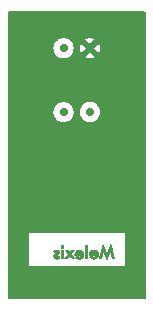
<source format=gbr>
G04 #@! TF.GenerationSoftware,KiCad,Pcbnew,(6.0.7)*
G04 #@! TF.CreationDate,2023-01-17T09:05:59-08:00*
G04 #@! TF.ProjectId,mlx90640-breakout,6d6c7839-3036-4343-902d-627265616b6f,rev?*
G04 #@! TF.SameCoordinates,Original*
G04 #@! TF.FileFunction,Copper,L2,Bot*
G04 #@! TF.FilePolarity,Positive*
%FSLAX46Y46*%
G04 Gerber Fmt 4.6, Leading zero omitted, Abs format (unit mm)*
G04 Created by KiCad (PCBNEW (6.0.7)) date 2023-01-17 09:05:59*
%MOMM*%
%LPD*%
G01*
G04 APERTURE LIST*
G04 Aperture macros list*
%AMFreePoly0*
4,1,21,0.108156,0.332870,0.205725,0.283156,0.283156,0.205725,0.332870,0.108156,0.350000,0.000000,0.332870,-0.108156,0.283156,-0.205725,0.205725,-0.283156,0.108156,-0.332870,0.000000,-0.350000,-0.108156,-0.332870,-0.205725,-0.283156,-0.283156,-0.205725,-0.332870,-0.108156,-0.350000,0.000000,-0.332870,0.108156,-0.283156,0.205725,-0.205725,0.283156,-0.108156,0.332870,0.000000,0.350000,
0.108156,0.332870,0.108156,0.332870,$1*%
G04 Aperture macros list end*
G04 #@! TA.AperFunction,EtchedComponent*
%ADD10C,0.010000*%
G04 #@! TD*
G04 #@! TA.AperFunction,ComponentPad*
%ADD11FreePoly0,0.000000*%
G04 #@! TD*
G04 #@! TA.AperFunction,ComponentPad*
%ADD12C,0.700000*%
G04 #@! TD*
G04 APERTURE END LIST*
G36*
X111833849Y-79513230D02*
G01*
X111656049Y-79513230D01*
X111656049Y-78421030D01*
X111833849Y-78421030D01*
X111833849Y-79513230D01*
G37*
D10*
X111833849Y-79513230D02*
X111656049Y-79513230D01*
X111656049Y-78421030D01*
X111833849Y-78421030D01*
X111833849Y-79513230D01*
G36*
X109791689Y-78598830D02*
G01*
X109608809Y-78598830D01*
X109608809Y-78421030D01*
X109791689Y-78421030D01*
X109791689Y-78598830D01*
G37*
X109791689Y-78598830D02*
X109608809Y-78598830D01*
X109608809Y-78421030D01*
X109791689Y-78421030D01*
X109791689Y-78598830D01*
G36*
X110666574Y-78805840D02*
G01*
X110617496Y-78868408D01*
X110574603Y-78923332D01*
X110537695Y-78970874D01*
X110506576Y-79011294D01*
X110481048Y-79044854D01*
X110460913Y-79071816D01*
X110445973Y-79092442D01*
X110436031Y-79106992D01*
X110430890Y-79115728D01*
X110430111Y-79118728D01*
X110433816Y-79123844D01*
X110443083Y-79136199D01*
X110457289Y-79154974D01*
X110475810Y-79179350D01*
X110498022Y-79208506D01*
X110523301Y-79241622D01*
X110551024Y-79277879D01*
X110578711Y-79314036D01*
X110608099Y-79352442D01*
X110635565Y-79388443D01*
X110660495Y-79421226D01*
X110682272Y-79449977D01*
X110700284Y-79473882D01*
X110713914Y-79492128D01*
X110722548Y-79503902D01*
X110725562Y-79508346D01*
X110721250Y-79510041D01*
X110707538Y-79511412D01*
X110685183Y-79512424D01*
X110654941Y-79513041D01*
X110621038Y-79513230D01*
X110514820Y-79513230D01*
X110421224Y-79392865D01*
X110397468Y-79362308D01*
X110375581Y-79334141D01*
X110356383Y-79309423D01*
X110340696Y-79289210D01*
X110329339Y-79274558D01*
X110323133Y-79266526D01*
X110322363Y-79265518D01*
X110319484Y-79265242D01*
X110313873Y-79269305D01*
X110305001Y-79278321D01*
X110292341Y-79292906D01*
X110275364Y-79313673D01*
X110253540Y-79341238D01*
X110226342Y-79376216D01*
X110218879Y-79385882D01*
X110120661Y-79513230D01*
X110014595Y-79513230D01*
X109983015Y-79513056D01*
X109955187Y-79512571D01*
X109932599Y-79511828D01*
X109916736Y-79510881D01*
X109909086Y-79509782D01*
X109908614Y-79509420D01*
X109911635Y-79504751D01*
X109920265Y-79492832D01*
X109933903Y-79474458D01*
X109951953Y-79450422D01*
X109973814Y-79421518D01*
X109998889Y-79388540D01*
X110026579Y-79352281D01*
X110056284Y-79313537D01*
X110058400Y-79310783D01*
X110093117Y-79265528D01*
X110122056Y-79227613D01*
X110145690Y-79196366D01*
X110164490Y-79171117D01*
X110178930Y-79151195D01*
X110189482Y-79135930D01*
X110196618Y-79124651D01*
X110200812Y-79116687D01*
X110202536Y-79111369D01*
X110202261Y-79108024D01*
X110201825Y-79107256D01*
X110197385Y-79101377D01*
X110187456Y-79088398D01*
X110172761Y-79069260D01*
X110154022Y-79044901D01*
X110131963Y-79016262D01*
X110107307Y-78984283D01*
X110080776Y-78949902D01*
X110077439Y-78945578D01*
X110051014Y-78911279D01*
X110026649Y-78879512D01*
X110005021Y-78851169D01*
X109986806Y-78827143D01*
X109972681Y-78808328D01*
X109963322Y-78795615D01*
X109959405Y-78789899D01*
X109959329Y-78789695D01*
X109964162Y-78788846D01*
X109977681Y-78788114D01*
X109998408Y-78787535D01*
X110024869Y-78787147D01*
X110055589Y-78786987D01*
X110067279Y-78786992D01*
X110175229Y-78787194D01*
X110243809Y-78878129D01*
X110263693Y-78904364D01*
X110281539Y-78927658D01*
X110296446Y-78946857D01*
X110307511Y-78960802D01*
X110313833Y-78968339D01*
X110314929Y-78969343D01*
X110318640Y-78965594D01*
X110327652Y-78954930D01*
X110341056Y-78938477D01*
X110357938Y-78917360D01*
X110377389Y-78892703D01*
X110388589Y-78878379D01*
X110459709Y-78787136D01*
X110570625Y-78786963D01*
X110681542Y-78786790D01*
X110666574Y-78805840D01*
G37*
X110666574Y-78805840D02*
X110617496Y-78868408D01*
X110574603Y-78923332D01*
X110537695Y-78970874D01*
X110506576Y-79011294D01*
X110481048Y-79044854D01*
X110460913Y-79071816D01*
X110445973Y-79092442D01*
X110436031Y-79106992D01*
X110430890Y-79115728D01*
X110430111Y-79118728D01*
X110433816Y-79123844D01*
X110443083Y-79136199D01*
X110457289Y-79154974D01*
X110475810Y-79179350D01*
X110498022Y-79208506D01*
X110523301Y-79241622D01*
X110551024Y-79277879D01*
X110578711Y-79314036D01*
X110608099Y-79352442D01*
X110635565Y-79388443D01*
X110660495Y-79421226D01*
X110682272Y-79449977D01*
X110700284Y-79473882D01*
X110713914Y-79492128D01*
X110722548Y-79503902D01*
X110725562Y-79508346D01*
X110721250Y-79510041D01*
X110707538Y-79511412D01*
X110685183Y-79512424D01*
X110654941Y-79513041D01*
X110621038Y-79513230D01*
X110514820Y-79513230D01*
X110421224Y-79392865D01*
X110397468Y-79362308D01*
X110375581Y-79334141D01*
X110356383Y-79309423D01*
X110340696Y-79289210D01*
X110329339Y-79274558D01*
X110323133Y-79266526D01*
X110322363Y-79265518D01*
X110319484Y-79265242D01*
X110313873Y-79269305D01*
X110305001Y-79278321D01*
X110292341Y-79292906D01*
X110275364Y-79313673D01*
X110253540Y-79341238D01*
X110226342Y-79376216D01*
X110218879Y-79385882D01*
X110120661Y-79513230D01*
X110014595Y-79513230D01*
X109983015Y-79513056D01*
X109955187Y-79512571D01*
X109932599Y-79511828D01*
X109916736Y-79510881D01*
X109909086Y-79509782D01*
X109908614Y-79509420D01*
X109911635Y-79504751D01*
X109920265Y-79492832D01*
X109933903Y-79474458D01*
X109951953Y-79450422D01*
X109973814Y-79421518D01*
X109998889Y-79388540D01*
X110026579Y-79352281D01*
X110056284Y-79313537D01*
X110058400Y-79310783D01*
X110093117Y-79265528D01*
X110122056Y-79227613D01*
X110145690Y-79196366D01*
X110164490Y-79171117D01*
X110178930Y-79151195D01*
X110189482Y-79135930D01*
X110196618Y-79124651D01*
X110200812Y-79116687D01*
X110202536Y-79111369D01*
X110202261Y-79108024D01*
X110201825Y-79107256D01*
X110197385Y-79101377D01*
X110187456Y-79088398D01*
X110172761Y-79069260D01*
X110154022Y-79044901D01*
X110131963Y-79016262D01*
X110107307Y-78984283D01*
X110080776Y-78949902D01*
X110077439Y-78945578D01*
X110051014Y-78911279D01*
X110026649Y-78879512D01*
X110005021Y-78851169D01*
X109986806Y-78827143D01*
X109972681Y-78808328D01*
X109963322Y-78795615D01*
X109959405Y-78789899D01*
X109959329Y-78789695D01*
X109964162Y-78788846D01*
X109977681Y-78788114D01*
X109998408Y-78787535D01*
X110024869Y-78787147D01*
X110055589Y-78786987D01*
X110067279Y-78786992D01*
X110175229Y-78787194D01*
X110243809Y-78878129D01*
X110263693Y-78904364D01*
X110281539Y-78927658D01*
X110296446Y-78946857D01*
X110307511Y-78960802D01*
X110313833Y-78968339D01*
X110314929Y-78969343D01*
X110318640Y-78965594D01*
X110327652Y-78954930D01*
X110341056Y-78938477D01*
X110357938Y-78917360D01*
X110377389Y-78892703D01*
X110388589Y-78878379D01*
X110459709Y-78787136D01*
X110570625Y-78786963D01*
X110681542Y-78786790D01*
X110666574Y-78805840D01*
G36*
X113802399Y-78335577D02*
G01*
X113802741Y-78335908D01*
X113804326Y-78341047D01*
X113808325Y-78355408D01*
X113814575Y-78378387D01*
X113822917Y-78409376D01*
X113833189Y-78447770D01*
X113845229Y-78492963D01*
X113858878Y-78544350D01*
X113873974Y-78601325D01*
X113890355Y-78663281D01*
X113907862Y-78729612D01*
X113926333Y-78799714D01*
X113945607Y-78872980D01*
X113959156Y-78924550D01*
X114113070Y-79510690D01*
X114026667Y-79512083D01*
X113998010Y-79512322D01*
X113972958Y-79512106D01*
X113953248Y-79511485D01*
X113940617Y-79510509D01*
X113936806Y-79509543D01*
X113934960Y-79504069D01*
X113930793Y-79489589D01*
X113924528Y-79466936D01*
X113916386Y-79436941D01*
X113906592Y-79400435D01*
X113895367Y-79358250D01*
X113882934Y-79311216D01*
X113869516Y-79260166D01*
X113855336Y-79205931D01*
X113850362Y-79186840D01*
X113836001Y-79131840D01*
X113822342Y-79079846D01*
X113809605Y-79031675D01*
X113798010Y-78988144D01*
X113787777Y-78950073D01*
X113779128Y-78918277D01*
X113772281Y-78893576D01*
X113767457Y-78876787D01*
X113764876Y-78868728D01*
X113764542Y-78868121D01*
X113762171Y-78872696D01*
X113756195Y-78885921D01*
X113746925Y-78907070D01*
X113734670Y-78935418D01*
X113719740Y-78970239D01*
X113702446Y-79010808D01*
X113683098Y-79056398D01*
X113662005Y-79106285D01*
X113639478Y-79159742D01*
X113615827Y-79216044D01*
X113614586Y-79219004D01*
X113590858Y-79275501D01*
X113568218Y-79329241D01*
X113546978Y-79379493D01*
X113527452Y-79425525D01*
X113509952Y-79466604D01*
X113494790Y-79502000D01*
X113482279Y-79530979D01*
X113472731Y-79552812D01*
X113466460Y-79566765D01*
X113463778Y-79572107D01*
X113463747Y-79572133D01*
X113459757Y-79569330D01*
X113453819Y-79559616D01*
X113450554Y-79552720D01*
X113447030Y-79544479D01*
X113439907Y-79527686D01*
X113429529Y-79503153D01*
X113416239Y-79471690D01*
X113400379Y-79434111D01*
X113382291Y-79391226D01*
X113362319Y-79343850D01*
X113340805Y-79292792D01*
X113318092Y-79238865D01*
X113301674Y-79199872D01*
X113270953Y-79127127D01*
X113243990Y-79063763D01*
X113220763Y-79009729D01*
X113201249Y-78964978D01*
X113185426Y-78929457D01*
X113173273Y-78903119D01*
X113164767Y-78885912D01*
X113159886Y-78877788D01*
X113158669Y-78877292D01*
X113156783Y-78883634D01*
X113152599Y-78898936D01*
X113146348Y-78922317D01*
X113138262Y-78952897D01*
X113128571Y-78989796D01*
X113117507Y-79032132D01*
X113105300Y-79079027D01*
X113092183Y-79129599D01*
X113078387Y-79182968D01*
X113078371Y-79183030D01*
X113064508Y-79236685D01*
X113051281Y-79287769D01*
X113038926Y-79335370D01*
X113027683Y-79378576D01*
X113017790Y-79416476D01*
X113009483Y-79448160D01*
X113003001Y-79472715D01*
X112998581Y-79489230D01*
X112996486Y-79496720D01*
X112991301Y-79513230D01*
X112814095Y-79513230D01*
X112816976Y-79501800D01*
X112825734Y-79467335D01*
X112836259Y-79426394D01*
X112848362Y-79379695D01*
X112861848Y-79327954D01*
X112876528Y-79271891D01*
X112892210Y-79212223D01*
X112908701Y-79149667D01*
X112925811Y-79084942D01*
X112943347Y-79018765D01*
X112961118Y-78951854D01*
X112978932Y-78884928D01*
X112996598Y-78818703D01*
X113013924Y-78753898D01*
X113030718Y-78691231D01*
X113046789Y-78631419D01*
X113061946Y-78575180D01*
X113075995Y-78523232D01*
X113088747Y-78476293D01*
X113100008Y-78435080D01*
X113109588Y-78400312D01*
X113117295Y-78372707D01*
X113122938Y-78352982D01*
X113126324Y-78341854D01*
X113127253Y-78339567D01*
X113129855Y-78344509D01*
X113136060Y-78358143D01*
X113145575Y-78379780D01*
X113158104Y-78408731D01*
X113173355Y-78444305D01*
X113191032Y-78485812D01*
X113210842Y-78532562D01*
X113232491Y-78583867D01*
X113255684Y-78639035D01*
X113280128Y-78697377D01*
X113296692Y-78737020D01*
X113321740Y-78796903D01*
X113345704Y-78853941D01*
X113368292Y-78907456D01*
X113389215Y-78956774D01*
X113408182Y-79001217D01*
X113424904Y-79040110D01*
X113439089Y-79072778D01*
X113450448Y-79098543D01*
X113458690Y-79116730D01*
X113463526Y-79126663D01*
X113464717Y-79128362D01*
X113467125Y-79123192D01*
X113473147Y-79109366D01*
X113482479Y-79087600D01*
X113494817Y-79058612D01*
X113509859Y-79023120D01*
X113527299Y-78981841D01*
X113546836Y-78935494D01*
X113568165Y-78884795D01*
X113590984Y-78830462D01*
X113614987Y-78773213D01*
X113622067Y-78756310D01*
X113652463Y-78683726D01*
X113679177Y-78619949D01*
X113702450Y-78564414D01*
X113722527Y-78516556D01*
X113739649Y-78475811D01*
X113754059Y-78441615D01*
X113766001Y-78413401D01*
X113775715Y-78390607D01*
X113783446Y-78372667D01*
X113789436Y-78359016D01*
X113793927Y-78349091D01*
X113797163Y-78342326D01*
X113799385Y-78338157D01*
X113800837Y-78336019D01*
X113801760Y-78335347D01*
X113802399Y-78335577D01*
G37*
X113802399Y-78335577D02*
X113802741Y-78335908D01*
X113804326Y-78341047D01*
X113808325Y-78355408D01*
X113814575Y-78378387D01*
X113822917Y-78409376D01*
X113833189Y-78447770D01*
X113845229Y-78492963D01*
X113858878Y-78544350D01*
X113873974Y-78601325D01*
X113890355Y-78663281D01*
X113907862Y-78729612D01*
X113926333Y-78799714D01*
X113945607Y-78872980D01*
X113959156Y-78924550D01*
X114113070Y-79510690D01*
X114026667Y-79512083D01*
X113998010Y-79512322D01*
X113972958Y-79512106D01*
X113953248Y-79511485D01*
X113940617Y-79510509D01*
X113936806Y-79509543D01*
X113934960Y-79504069D01*
X113930793Y-79489589D01*
X113924528Y-79466936D01*
X113916386Y-79436941D01*
X113906592Y-79400435D01*
X113895367Y-79358250D01*
X113882934Y-79311216D01*
X113869516Y-79260166D01*
X113855336Y-79205931D01*
X113850362Y-79186840D01*
X113836001Y-79131840D01*
X113822342Y-79079846D01*
X113809605Y-79031675D01*
X113798010Y-78988144D01*
X113787777Y-78950073D01*
X113779128Y-78918277D01*
X113772281Y-78893576D01*
X113767457Y-78876787D01*
X113764876Y-78868728D01*
X113764542Y-78868121D01*
X113762171Y-78872696D01*
X113756195Y-78885921D01*
X113746925Y-78907070D01*
X113734670Y-78935418D01*
X113719740Y-78970239D01*
X113702446Y-79010808D01*
X113683098Y-79056398D01*
X113662005Y-79106285D01*
X113639478Y-79159742D01*
X113615827Y-79216044D01*
X113614586Y-79219004D01*
X113590858Y-79275501D01*
X113568218Y-79329241D01*
X113546978Y-79379493D01*
X113527452Y-79425525D01*
X113509952Y-79466604D01*
X113494790Y-79502000D01*
X113482279Y-79530979D01*
X113472731Y-79552812D01*
X113466460Y-79566765D01*
X113463778Y-79572107D01*
X113463747Y-79572133D01*
X113459757Y-79569330D01*
X113453819Y-79559616D01*
X113450554Y-79552720D01*
X113447030Y-79544479D01*
X113439907Y-79527686D01*
X113429529Y-79503153D01*
X113416239Y-79471690D01*
X113400379Y-79434111D01*
X113382291Y-79391226D01*
X113362319Y-79343850D01*
X113340805Y-79292792D01*
X113318092Y-79238865D01*
X113301674Y-79199872D01*
X113270953Y-79127127D01*
X113243990Y-79063763D01*
X113220763Y-79009729D01*
X113201249Y-78964978D01*
X113185426Y-78929457D01*
X113173273Y-78903119D01*
X113164767Y-78885912D01*
X113159886Y-78877788D01*
X113158669Y-78877292D01*
X113156783Y-78883634D01*
X113152599Y-78898936D01*
X113146348Y-78922317D01*
X113138262Y-78952897D01*
X113128571Y-78989796D01*
X113117507Y-79032132D01*
X113105300Y-79079027D01*
X113092183Y-79129599D01*
X113078387Y-79182968D01*
X113078371Y-79183030D01*
X113064508Y-79236685D01*
X113051281Y-79287769D01*
X113038926Y-79335370D01*
X113027683Y-79378576D01*
X113017790Y-79416476D01*
X113009483Y-79448160D01*
X113003001Y-79472715D01*
X112998581Y-79489230D01*
X112996486Y-79496720D01*
X112991301Y-79513230D01*
X112814095Y-79513230D01*
X112816976Y-79501800D01*
X112825734Y-79467335D01*
X112836259Y-79426394D01*
X112848362Y-79379695D01*
X112861848Y-79327954D01*
X112876528Y-79271891D01*
X112892210Y-79212223D01*
X112908701Y-79149667D01*
X112925811Y-79084942D01*
X112943347Y-79018765D01*
X112961118Y-78951854D01*
X112978932Y-78884928D01*
X112996598Y-78818703D01*
X113013924Y-78753898D01*
X113030718Y-78691231D01*
X113046789Y-78631419D01*
X113061946Y-78575180D01*
X113075995Y-78523232D01*
X113088747Y-78476293D01*
X113100008Y-78435080D01*
X113109588Y-78400312D01*
X113117295Y-78372707D01*
X113122938Y-78352982D01*
X113126324Y-78341854D01*
X113127253Y-78339567D01*
X113129855Y-78344509D01*
X113136060Y-78358143D01*
X113145575Y-78379780D01*
X113158104Y-78408731D01*
X113173355Y-78444305D01*
X113191032Y-78485812D01*
X113210842Y-78532562D01*
X113232491Y-78583867D01*
X113255684Y-78639035D01*
X113280128Y-78697377D01*
X113296692Y-78737020D01*
X113321740Y-78796903D01*
X113345704Y-78853941D01*
X113368292Y-78907456D01*
X113389215Y-78956774D01*
X113408182Y-79001217D01*
X113424904Y-79040110D01*
X113439089Y-79072778D01*
X113450448Y-79098543D01*
X113458690Y-79116730D01*
X113463526Y-79126663D01*
X113464717Y-79128362D01*
X113467125Y-79123192D01*
X113473147Y-79109366D01*
X113482479Y-79087600D01*
X113494817Y-79058612D01*
X113509859Y-79023120D01*
X113527299Y-78981841D01*
X113546836Y-78935494D01*
X113568165Y-78884795D01*
X113590984Y-78830462D01*
X113614987Y-78773213D01*
X113622067Y-78756310D01*
X113652463Y-78683726D01*
X113679177Y-78619949D01*
X113702450Y-78564414D01*
X113722527Y-78516556D01*
X113739649Y-78475811D01*
X113754059Y-78441615D01*
X113766001Y-78413401D01*
X113775715Y-78390607D01*
X113783446Y-78372667D01*
X113789436Y-78359016D01*
X113793927Y-78349091D01*
X113797163Y-78342326D01*
X113799385Y-78338157D01*
X113800837Y-78336019D01*
X113801760Y-78335347D01*
X113802399Y-78335577D01*
G36*
X109254487Y-78770656D02*
G01*
X109284719Y-78774982D01*
X109311697Y-78783305D01*
X109338774Y-78796617D01*
X109364936Y-78812975D01*
X109397917Y-78840493D01*
X109423594Y-78873238D01*
X109441834Y-78909795D01*
X109452506Y-78948751D01*
X109455479Y-78988693D01*
X109450621Y-79028205D01*
X109437799Y-79065875D01*
X109416884Y-79100289D01*
X109393960Y-79124769D01*
X109385494Y-79131880D01*
X109375984Y-79138898D01*
X109364394Y-79146379D01*
X109349688Y-79154880D01*
X109330829Y-79164956D01*
X109306781Y-79177164D01*
X109276506Y-79192060D01*
X109238969Y-79210199D01*
X109199148Y-79229265D01*
X109165960Y-79247513D01*
X109142888Y-79265770D01*
X109129888Y-79284124D01*
X109126916Y-79302662D01*
X109133928Y-79321470D01*
X109145373Y-79335469D01*
X109170303Y-79353631D01*
X109199309Y-79363404D01*
X109230878Y-79364885D01*
X109263497Y-79358170D01*
X109295654Y-79343356D01*
X109321762Y-79324232D01*
X109345640Y-79303213D01*
X109412454Y-79335733D01*
X109436461Y-79347508D01*
X109457278Y-79357890D01*
X109473153Y-79365991D01*
X109482339Y-79370927D01*
X109483758Y-79371825D01*
X109483649Y-79377747D01*
X109477499Y-79389155D01*
X109466538Y-79404436D01*
X109451995Y-79421980D01*
X109435099Y-79440174D01*
X109421654Y-79453249D01*
X109379669Y-79485724D01*
X109333367Y-79510030D01*
X109284184Y-79525770D01*
X109233561Y-79532547D01*
X109182934Y-79529962D01*
X109159965Y-79525503D01*
X109117499Y-79510698D01*
X109076838Y-79488027D01*
X109040057Y-79459118D01*
X109009233Y-79425596D01*
X108986863Y-79389949D01*
X108972365Y-79350481D01*
X108965654Y-79308830D01*
X108967251Y-79268405D01*
X108967832Y-79264877D01*
X108978033Y-79226999D01*
X108995021Y-79192538D01*
X109019393Y-79160921D01*
X109051746Y-79131573D01*
X109092678Y-79103920D01*
X109142786Y-79077387D01*
X109180255Y-79060598D01*
X109217881Y-79043801D01*
X109246521Y-79028837D01*
X109267036Y-79015051D01*
X109280291Y-79001785D01*
X109287147Y-78988385D01*
X109288607Y-78978226D01*
X109285645Y-78959828D01*
X109275790Y-78946718D01*
X109258305Y-78938444D01*
X109232456Y-78934553D01*
X109216727Y-78934110D01*
X109194639Y-78935483D01*
X109174201Y-78940279D01*
X109152653Y-78949506D01*
X109127235Y-78964176D01*
X109117362Y-78970491D01*
X109085655Y-78991127D01*
X109034337Y-78946108D01*
X109014391Y-78928679D01*
X108996391Y-78913077D01*
X108982130Y-78900846D01*
X108973399Y-78893532D01*
X108972608Y-78892900D01*
X108967845Y-78888589D01*
X108966898Y-78884460D01*
X108970855Y-78878837D01*
X108980804Y-78870043D01*
X108994672Y-78858912D01*
X109030443Y-78833009D01*
X109069333Y-78809131D01*
X109107614Y-78789454D01*
X109129163Y-78780409D01*
X109145061Y-78775149D01*
X109160977Y-78771798D01*
X109179870Y-78769987D01*
X109204697Y-78769343D01*
X109217649Y-78769333D01*
X109254487Y-78770656D01*
G37*
X109254487Y-78770656D02*
X109284719Y-78774982D01*
X109311697Y-78783305D01*
X109338774Y-78796617D01*
X109364936Y-78812975D01*
X109397917Y-78840493D01*
X109423594Y-78873238D01*
X109441834Y-78909795D01*
X109452506Y-78948751D01*
X109455479Y-78988693D01*
X109450621Y-79028205D01*
X109437799Y-79065875D01*
X109416884Y-79100289D01*
X109393960Y-79124769D01*
X109385494Y-79131880D01*
X109375984Y-79138898D01*
X109364394Y-79146379D01*
X109349688Y-79154880D01*
X109330829Y-79164956D01*
X109306781Y-79177164D01*
X109276506Y-79192060D01*
X109238969Y-79210199D01*
X109199148Y-79229265D01*
X109165960Y-79247513D01*
X109142888Y-79265770D01*
X109129888Y-79284124D01*
X109126916Y-79302662D01*
X109133928Y-79321470D01*
X109145373Y-79335469D01*
X109170303Y-79353631D01*
X109199309Y-79363404D01*
X109230878Y-79364885D01*
X109263497Y-79358170D01*
X109295654Y-79343356D01*
X109321762Y-79324232D01*
X109345640Y-79303213D01*
X109412454Y-79335733D01*
X109436461Y-79347508D01*
X109457278Y-79357890D01*
X109473153Y-79365991D01*
X109482339Y-79370927D01*
X109483758Y-79371825D01*
X109483649Y-79377747D01*
X109477499Y-79389155D01*
X109466538Y-79404436D01*
X109451995Y-79421980D01*
X109435099Y-79440174D01*
X109421654Y-79453249D01*
X109379669Y-79485724D01*
X109333367Y-79510030D01*
X109284184Y-79525770D01*
X109233561Y-79532547D01*
X109182934Y-79529962D01*
X109159965Y-79525503D01*
X109117499Y-79510698D01*
X109076838Y-79488027D01*
X109040057Y-79459118D01*
X109009233Y-79425596D01*
X108986863Y-79389949D01*
X108972365Y-79350481D01*
X108965654Y-79308830D01*
X108967251Y-79268405D01*
X108967832Y-79264877D01*
X108978033Y-79226999D01*
X108995021Y-79192538D01*
X109019393Y-79160921D01*
X109051746Y-79131573D01*
X109092678Y-79103920D01*
X109142786Y-79077387D01*
X109180255Y-79060598D01*
X109217881Y-79043801D01*
X109246521Y-79028837D01*
X109267036Y-79015051D01*
X109280291Y-79001785D01*
X109287147Y-78988385D01*
X109288607Y-78978226D01*
X109285645Y-78959828D01*
X109275790Y-78946718D01*
X109258305Y-78938444D01*
X109232456Y-78934553D01*
X109216727Y-78934110D01*
X109194639Y-78935483D01*
X109174201Y-78940279D01*
X109152653Y-78949506D01*
X109127235Y-78964176D01*
X109117362Y-78970491D01*
X109085655Y-78991127D01*
X109034337Y-78946108D01*
X109014391Y-78928679D01*
X108996391Y-78913077D01*
X108982130Y-78900846D01*
X108973399Y-78893532D01*
X108972608Y-78892900D01*
X108967845Y-78888589D01*
X108966898Y-78884460D01*
X108970855Y-78878837D01*
X108980804Y-78870043D01*
X108994672Y-78858912D01*
X109030443Y-78833009D01*
X109069333Y-78809131D01*
X109107614Y-78789454D01*
X109129163Y-78780409D01*
X109145061Y-78775149D01*
X109160977Y-78771798D01*
X109179870Y-78769987D01*
X109204697Y-78769343D01*
X109217649Y-78769333D01*
X109254487Y-78770656D01*
G36*
X110788488Y-78982720D02*
G01*
X110813935Y-78938051D01*
X110846662Y-78896048D01*
X110863569Y-78877973D01*
X110908690Y-78837880D01*
X110956394Y-78807259D01*
X111007759Y-78785632D01*
X111063862Y-78772524D01*
X111112489Y-78767868D01*
X111142286Y-78767027D01*
X111165890Y-78767684D01*
X111187197Y-78770149D01*
X111210102Y-78774731D01*
X111215931Y-78776100D01*
X111272965Y-78794842D01*
X111326022Y-78822373D01*
X111374184Y-78857793D01*
X111416529Y-78900203D01*
X111452138Y-78948702D01*
X111480091Y-79002390D01*
X111497055Y-79051110D01*
X111502924Y-79081981D01*
X111506009Y-79119261D01*
X111506355Y-79159602D01*
X111504008Y-79199653D01*
X111499012Y-79236067D01*
X111494292Y-79256461D01*
X111472826Y-79314089D01*
X111443040Y-79366754D01*
X111405751Y-79413649D01*
X111361773Y-79453966D01*
X111311923Y-79486899D01*
X111257016Y-79511643D01*
X111226789Y-79520991D01*
X111198043Y-79526456D01*
X111162935Y-79529955D01*
X111125092Y-79531386D01*
X111088138Y-79530645D01*
X111055700Y-79527628D01*
X111046719Y-79526137D01*
X110990019Y-79511095D01*
X110935611Y-79488451D01*
X110885203Y-79459243D01*
X110840505Y-79424510D01*
X110803225Y-79385291D01*
X110793224Y-79372079D01*
X110781983Y-79356293D01*
X110841826Y-79311254D01*
X110863473Y-79295028D01*
X110882560Y-79280845D01*
X110897461Y-79269903D01*
X110906552Y-79263401D01*
X110908225Y-79262295D01*
X110915492Y-79263819D01*
X110928566Y-79273497D01*
X110947320Y-79291235D01*
X110947578Y-79291495D01*
X110984726Y-79323306D01*
X111024322Y-79345730D01*
X111067750Y-79359483D01*
X111084348Y-79362415D01*
X111130423Y-79364661D01*
X111174969Y-79358478D01*
X111216592Y-79344530D01*
X111253899Y-79323479D01*
X111285496Y-79295988D01*
X111309990Y-79262720D01*
X111315343Y-79252548D01*
X111323694Y-79234246D01*
X111330433Y-79217590D01*
X111333829Y-79207160D01*
X111337110Y-79193190D01*
X110745527Y-79193190D01*
X110749050Y-79148740D01*
X110756723Y-79086462D01*
X110767382Y-79041246D01*
X110949929Y-79041246D01*
X110954856Y-79042394D01*
X110969027Y-79043417D01*
X110991526Y-79044293D01*
X111021439Y-79044999D01*
X111057849Y-79045510D01*
X111099841Y-79045805D01*
X111132939Y-79045870D01*
X111315949Y-79045870D01*
X111308358Y-79031190D01*
X111296526Y-79014005D01*
X111278793Y-78994802D01*
X111258177Y-78976424D01*
X111237699Y-78961715D01*
X111229959Y-78957363D01*
X111188956Y-78941969D01*
X111145526Y-78935105D01*
X111101740Y-78936674D01*
X111059670Y-78946578D01*
X111021387Y-78964722D01*
X111017401Y-78967279D01*
X111003298Y-78978147D01*
X110987792Y-78992481D01*
X110972803Y-79008175D01*
X110960251Y-79023123D01*
X110952059Y-79035220D01*
X110949929Y-79041246D01*
X110767382Y-79041246D01*
X110769643Y-79031656D01*
X110788488Y-78982720D01*
G37*
X110788488Y-78982720D02*
X110813935Y-78938051D01*
X110846662Y-78896048D01*
X110863569Y-78877973D01*
X110908690Y-78837880D01*
X110956394Y-78807259D01*
X111007759Y-78785632D01*
X111063862Y-78772524D01*
X111112489Y-78767868D01*
X111142286Y-78767027D01*
X111165890Y-78767684D01*
X111187197Y-78770149D01*
X111210102Y-78774731D01*
X111215931Y-78776100D01*
X111272965Y-78794842D01*
X111326022Y-78822373D01*
X111374184Y-78857793D01*
X111416529Y-78900203D01*
X111452138Y-78948702D01*
X111480091Y-79002390D01*
X111497055Y-79051110D01*
X111502924Y-79081981D01*
X111506009Y-79119261D01*
X111506355Y-79159602D01*
X111504008Y-79199653D01*
X111499012Y-79236067D01*
X111494292Y-79256461D01*
X111472826Y-79314089D01*
X111443040Y-79366754D01*
X111405751Y-79413649D01*
X111361773Y-79453966D01*
X111311923Y-79486899D01*
X111257016Y-79511643D01*
X111226789Y-79520991D01*
X111198043Y-79526456D01*
X111162935Y-79529955D01*
X111125092Y-79531386D01*
X111088138Y-79530645D01*
X111055700Y-79527628D01*
X111046719Y-79526137D01*
X110990019Y-79511095D01*
X110935611Y-79488451D01*
X110885203Y-79459243D01*
X110840505Y-79424510D01*
X110803225Y-79385291D01*
X110793224Y-79372079D01*
X110781983Y-79356293D01*
X110841826Y-79311254D01*
X110863473Y-79295028D01*
X110882560Y-79280845D01*
X110897461Y-79269903D01*
X110906552Y-79263401D01*
X110908225Y-79262295D01*
X110915492Y-79263819D01*
X110928566Y-79273497D01*
X110947320Y-79291235D01*
X110947578Y-79291495D01*
X110984726Y-79323306D01*
X111024322Y-79345730D01*
X111067750Y-79359483D01*
X111084348Y-79362415D01*
X111130423Y-79364661D01*
X111174969Y-79358478D01*
X111216592Y-79344530D01*
X111253899Y-79323479D01*
X111285496Y-79295988D01*
X111309990Y-79262720D01*
X111315343Y-79252548D01*
X111323694Y-79234246D01*
X111330433Y-79217590D01*
X111333829Y-79207160D01*
X111337110Y-79193190D01*
X110745527Y-79193190D01*
X110749050Y-79148740D01*
X110756723Y-79086462D01*
X110767382Y-79041246D01*
X110949929Y-79041246D01*
X110954856Y-79042394D01*
X110969027Y-79043417D01*
X110991526Y-79044293D01*
X111021439Y-79044999D01*
X111057849Y-79045510D01*
X111099841Y-79045805D01*
X111132939Y-79045870D01*
X111315949Y-79045870D01*
X111308358Y-79031190D01*
X111296526Y-79014005D01*
X111278793Y-78994802D01*
X111258177Y-78976424D01*
X111237699Y-78961715D01*
X111229959Y-78957363D01*
X111188956Y-78941969D01*
X111145526Y-78935105D01*
X111101740Y-78936674D01*
X111059670Y-78946578D01*
X111021387Y-78964722D01*
X111017401Y-78967279D01*
X111003298Y-78978147D01*
X110987792Y-78992481D01*
X110972803Y-79008175D01*
X110960251Y-79023123D01*
X110952059Y-79035220D01*
X110949929Y-79041246D01*
X110767382Y-79041246D01*
X110769643Y-79031656D01*
X110788488Y-78982720D01*
G36*
X112046830Y-78950051D02*
G01*
X112081076Y-78901742D01*
X112122284Y-78859259D01*
X112169890Y-78823464D01*
X112223329Y-78795220D01*
X112252949Y-78783899D01*
X112295471Y-78773316D01*
X112343085Y-78767665D01*
X112391883Y-78767154D01*
X112437960Y-78771994D01*
X112445989Y-78773516D01*
X112499988Y-78789492D01*
X112552304Y-78814368D01*
X112600910Y-78846889D01*
X112643779Y-78885801D01*
X112662847Y-78907785D01*
X112696703Y-78956105D01*
X112721294Y-79004900D01*
X112737396Y-79056195D01*
X112745785Y-79112019D01*
X112746780Y-79127150D01*
X112745698Y-79191433D01*
X112735587Y-79251205D01*
X112716259Y-79306967D01*
X112687523Y-79359219D01*
X112649189Y-79408464D01*
X112633838Y-79424708D01*
X112611959Y-79445883D01*
X112592808Y-79461722D01*
X112572794Y-79474845D01*
X112548325Y-79487871D01*
X112544938Y-79489543D01*
X112520890Y-79500636D01*
X112496313Y-79510798D01*
X112474972Y-79518519D01*
X112466309Y-79521093D01*
X112436833Y-79526621D01*
X112401044Y-79530091D01*
X112362596Y-79531405D01*
X112325143Y-79530466D01*
X112292342Y-79527175D01*
X112285128Y-79525942D01*
X112221954Y-79508955D01*
X112163053Y-79482902D01*
X112141034Y-79470118D01*
X112117173Y-79453391D01*
X112091307Y-79432240D01*
X112066244Y-79409214D01*
X112044788Y-79386863D01*
X112032012Y-79371051D01*
X112021798Y-79356706D01*
X112081493Y-79311414D01*
X112103097Y-79295096D01*
X112122166Y-79280830D01*
X112137074Y-79269821D01*
X112146197Y-79263274D01*
X112147890Y-79262158D01*
X112155036Y-79263547D01*
X112168117Y-79272768D01*
X112187262Y-79289914D01*
X112191864Y-79294335D01*
X112224319Y-79322404D01*
X112256218Y-79342290D01*
X112290326Y-79355410D01*
X112324874Y-79362560D01*
X112372617Y-79364845D01*
X112418172Y-79358122D01*
X112460373Y-79342965D01*
X112498057Y-79319945D01*
X112530059Y-79289636D01*
X112555216Y-79252610D01*
X112557538Y-79248106D01*
X112563665Y-79236554D01*
X112569117Y-79226729D01*
X112573203Y-79218493D01*
X112575232Y-79211707D01*
X112574514Y-79206233D01*
X112570356Y-79201932D01*
X112562068Y-79198666D01*
X112548959Y-79196296D01*
X112530338Y-79194685D01*
X112505513Y-79193693D01*
X112473795Y-79193183D01*
X112434492Y-79193015D01*
X112386912Y-79193051D01*
X112330366Y-79193153D01*
X112283429Y-79193190D01*
X112221519Y-79193175D01*
X112169000Y-79193116D01*
X112125101Y-79192989D01*
X112089052Y-79192771D01*
X112060082Y-79192439D01*
X112037422Y-79191968D01*
X112020302Y-79191336D01*
X112007951Y-79190519D01*
X111999601Y-79189494D01*
X111994479Y-79188238D01*
X111991817Y-79186726D01*
X111990845Y-79184936D01*
X111990765Y-79184300D01*
X111991514Y-79121310D01*
X112001485Y-79060697D01*
X112007386Y-79042521D01*
X112189449Y-79042521D01*
X112194340Y-79043289D01*
X112208257Y-79043996D01*
X112230067Y-79044619D01*
X112258637Y-79045139D01*
X112292833Y-79045535D01*
X112331521Y-79045785D01*
X112372329Y-79045870D01*
X112414295Y-79045786D01*
X112452870Y-79045548D01*
X112486921Y-79045174D01*
X112515313Y-79044686D01*
X112536913Y-79044100D01*
X112550588Y-79043438D01*
X112555209Y-79042740D01*
X112552014Y-79035641D01*
X112543763Y-79023693D01*
X112532455Y-79009359D01*
X112520088Y-78995100D01*
X112508664Y-78983380D01*
X112503161Y-78978643D01*
X112465059Y-78955412D01*
X112424175Y-78940773D01*
X112381956Y-78934564D01*
X112339850Y-78936619D01*
X112299303Y-78946774D01*
X112261763Y-78964865D01*
X112228678Y-78990727D01*
X112210020Y-79011926D01*
X112199615Y-79026170D01*
X112192217Y-79037182D01*
X112189449Y-79042521D01*
X112007386Y-79042521D01*
X112020112Y-79003323D01*
X112046830Y-78950051D01*
G37*
X112046830Y-78950051D02*
X112081076Y-78901742D01*
X112122284Y-78859259D01*
X112169890Y-78823464D01*
X112223329Y-78795220D01*
X112252949Y-78783899D01*
X112295471Y-78773316D01*
X112343085Y-78767665D01*
X112391883Y-78767154D01*
X112437960Y-78771994D01*
X112445989Y-78773516D01*
X112499988Y-78789492D01*
X112552304Y-78814368D01*
X112600910Y-78846889D01*
X112643779Y-78885801D01*
X112662847Y-78907785D01*
X112696703Y-78956105D01*
X112721294Y-79004900D01*
X112737396Y-79056195D01*
X112745785Y-79112019D01*
X112746780Y-79127150D01*
X112745698Y-79191433D01*
X112735587Y-79251205D01*
X112716259Y-79306967D01*
X112687523Y-79359219D01*
X112649189Y-79408464D01*
X112633838Y-79424708D01*
X112611959Y-79445883D01*
X112592808Y-79461722D01*
X112572794Y-79474845D01*
X112548325Y-79487871D01*
X112544938Y-79489543D01*
X112520890Y-79500636D01*
X112496313Y-79510798D01*
X112474972Y-79518519D01*
X112466309Y-79521093D01*
X112436833Y-79526621D01*
X112401044Y-79530091D01*
X112362596Y-79531405D01*
X112325143Y-79530466D01*
X112292342Y-79527175D01*
X112285128Y-79525942D01*
X112221954Y-79508955D01*
X112163053Y-79482902D01*
X112141034Y-79470118D01*
X112117173Y-79453391D01*
X112091307Y-79432240D01*
X112066244Y-79409214D01*
X112044788Y-79386863D01*
X112032012Y-79371051D01*
X112021798Y-79356706D01*
X112081493Y-79311414D01*
X112103097Y-79295096D01*
X112122166Y-79280830D01*
X112137074Y-79269821D01*
X112146197Y-79263274D01*
X112147890Y-79262158D01*
X112155036Y-79263547D01*
X112168117Y-79272768D01*
X112187262Y-79289914D01*
X112191864Y-79294335D01*
X112224319Y-79322404D01*
X112256218Y-79342290D01*
X112290326Y-79355410D01*
X112324874Y-79362560D01*
X112372617Y-79364845D01*
X112418172Y-79358122D01*
X112460373Y-79342965D01*
X112498057Y-79319945D01*
X112530059Y-79289636D01*
X112555216Y-79252610D01*
X112557538Y-79248106D01*
X112563665Y-79236554D01*
X112569117Y-79226729D01*
X112573203Y-79218493D01*
X112575232Y-79211707D01*
X112574514Y-79206233D01*
X112570356Y-79201932D01*
X112562068Y-79198666D01*
X112548959Y-79196296D01*
X112530338Y-79194685D01*
X112505513Y-79193693D01*
X112473795Y-79193183D01*
X112434492Y-79193015D01*
X112386912Y-79193051D01*
X112330366Y-79193153D01*
X112283429Y-79193190D01*
X112221519Y-79193175D01*
X112169000Y-79193116D01*
X112125101Y-79192989D01*
X112089052Y-79192771D01*
X112060082Y-79192439D01*
X112037422Y-79191968D01*
X112020302Y-79191336D01*
X112007951Y-79190519D01*
X111999601Y-79189494D01*
X111994479Y-79188238D01*
X111991817Y-79186726D01*
X111990845Y-79184936D01*
X111990765Y-79184300D01*
X111991514Y-79121310D01*
X112001485Y-79060697D01*
X112007386Y-79042521D01*
X112189449Y-79042521D01*
X112194340Y-79043289D01*
X112208257Y-79043996D01*
X112230067Y-79044619D01*
X112258637Y-79045139D01*
X112292833Y-79045535D01*
X112331521Y-79045785D01*
X112372329Y-79045870D01*
X112414295Y-79045786D01*
X112452870Y-79045548D01*
X112486921Y-79045174D01*
X112515313Y-79044686D01*
X112536913Y-79044100D01*
X112550588Y-79043438D01*
X112555209Y-79042740D01*
X112552014Y-79035641D01*
X112543763Y-79023693D01*
X112532455Y-79009359D01*
X112520088Y-78995100D01*
X112508664Y-78983380D01*
X112503161Y-78978643D01*
X112465059Y-78955412D01*
X112424175Y-78940773D01*
X112381956Y-78934564D01*
X112339850Y-78936619D01*
X112299303Y-78946774D01*
X112261763Y-78964865D01*
X112228678Y-78990727D01*
X112210020Y-79011926D01*
X112199615Y-79026170D01*
X112192217Y-79037182D01*
X112189449Y-79042521D01*
X112007386Y-79042521D01*
X112020112Y-79003323D01*
X112046830Y-78950051D01*
G36*
X109791689Y-79513230D02*
G01*
X109608809Y-79513230D01*
X109608809Y-78786790D01*
X109791689Y-78786790D01*
X109791689Y-79513230D01*
G37*
X109791689Y-79513230D02*
X109608809Y-79513230D01*
X109608809Y-78786790D01*
X109791689Y-78786790D01*
X109791689Y-79513230D01*
D11*
X109826044Y-67126741D03*
D12*
X109825010Y-61728793D03*
X112059880Y-61728796D03*
X112059881Y-67124249D03*
G04 #@! TA.AperFunction,Conductor*
G36*
X116733620Y-58628503D02*
G01*
X116780113Y-58682159D01*
X116791499Y-58734501D01*
X116791499Y-82865501D01*
X116771497Y-82933622D01*
X116717841Y-82980115D01*
X116665499Y-82991501D01*
X105234499Y-82991501D01*
X105166378Y-82971499D01*
X105119885Y-82917843D01*
X105108499Y-82865501D01*
X105108499Y-80198001D01*
X106885999Y-80198001D01*
X115013999Y-80198001D01*
X115013999Y-77404001D01*
X106885999Y-77404001D01*
X106885999Y-80198001D01*
X105108499Y-80198001D01*
X105108499Y-67060900D01*
X108962189Y-67060900D01*
X108964277Y-67207107D01*
X108981621Y-67316611D01*
X109031288Y-67469471D01*
X109081621Y-67568256D01*
X109088469Y-67581234D01*
X109091433Y-67585193D01*
X109091434Y-67585195D01*
X109170878Y-67691319D01*
X109176097Y-67698291D01*
X109254494Y-67776688D01*
X109265017Y-67786915D01*
X109269063Y-67789767D01*
X109269064Y-67789768D01*
X109380850Y-67868571D01*
X109380855Y-67868574D01*
X109384529Y-67871164D01*
X109388539Y-67873207D01*
X109388542Y-67873209D01*
X109478900Y-67919248D01*
X109483314Y-67921497D01*
X109488026Y-67923028D01*
X109631464Y-67969634D01*
X109631468Y-67969635D01*
X109636174Y-67971164D01*
X109674463Y-67977228D01*
X109745265Y-67988443D01*
X109745319Y-67988451D01*
X109745678Y-67988508D01*
X109746068Y-67988564D01*
X109746114Y-67988571D01*
X109755304Y-67989892D01*
X109755307Y-67989892D01*
X109760203Y-67990596D01*
X109906410Y-67988508D01*
X109910846Y-67987805D01*
X109910851Y-67987805D01*
X109977964Y-67977175D01*
X110015914Y-67971164D01*
X110020620Y-67969635D01*
X110020624Y-67969634D01*
X110164062Y-67923028D01*
X110168774Y-67921497D01*
X110267559Y-67871164D01*
X110280537Y-67864316D01*
X110397594Y-67776688D01*
X110475991Y-67698291D01*
X110486218Y-67687768D01*
X110525784Y-67631642D01*
X110567874Y-67571935D01*
X110567877Y-67571930D01*
X110570467Y-67568256D01*
X110614886Y-67481079D01*
X110618551Y-67473885D01*
X110620800Y-67469471D01*
X110670467Y-67316611D01*
X110687811Y-67207107D01*
X110689899Y-67192582D01*
X110688923Y-67124249D01*
X111196652Y-67124249D01*
X111215516Y-67303724D01*
X111217556Y-67310002D01*
X111217556Y-67310003D01*
X111248706Y-67405874D01*
X111271282Y-67475356D01*
X111361514Y-67631642D01*
X111482268Y-67765753D01*
X111487610Y-67769634D01*
X111487612Y-67769636D01*
X111613847Y-67861351D01*
X111628266Y-67871827D01*
X111634294Y-67874511D01*
X111634296Y-67874512D01*
X111787098Y-67942544D01*
X111793129Y-67945229D01*
X111881389Y-67963989D01*
X111963192Y-67981377D01*
X111963196Y-67981377D01*
X111969649Y-67982749D01*
X112150113Y-67982749D01*
X112156566Y-67981377D01*
X112156570Y-67981377D01*
X112238373Y-67963989D01*
X112326633Y-67945229D01*
X112332664Y-67942544D01*
X112485466Y-67874512D01*
X112485468Y-67874511D01*
X112491496Y-67871827D01*
X112505915Y-67861351D01*
X112632150Y-67769636D01*
X112632152Y-67769634D01*
X112637494Y-67765753D01*
X112758248Y-67631642D01*
X112848480Y-67475356D01*
X112871056Y-67405874D01*
X112902206Y-67310003D01*
X112902206Y-67310002D01*
X112904246Y-67303724D01*
X112923110Y-67124249D01*
X112904246Y-66944774D01*
X112848480Y-66773142D01*
X112758248Y-66616856D01*
X112703026Y-66555525D01*
X112641916Y-66487656D01*
X112641915Y-66487655D01*
X112637494Y-66482745D01*
X112629816Y-66477166D01*
X112496838Y-66380552D01*
X112496837Y-66380551D01*
X112491496Y-66376671D01*
X112485468Y-66373987D01*
X112485466Y-66373986D01*
X112332664Y-66305954D01*
X112332662Y-66305954D01*
X112326633Y-66303269D01*
X112224424Y-66281544D01*
X112156570Y-66267121D01*
X112156566Y-66267121D01*
X112150113Y-66265749D01*
X111969649Y-66265749D01*
X111963196Y-66267121D01*
X111963192Y-66267121D01*
X111895338Y-66281544D01*
X111793129Y-66303269D01*
X111787100Y-66305953D01*
X111787098Y-66305954D01*
X111634297Y-66373986D01*
X111634295Y-66373987D01*
X111628267Y-66376671D01*
X111622926Y-66380551D01*
X111622925Y-66380552D01*
X111487612Y-66478862D01*
X111487610Y-66478864D01*
X111482268Y-66482745D01*
X111477847Y-66487655D01*
X111477846Y-66487656D01*
X111416737Y-66555525D01*
X111361514Y-66616856D01*
X111271282Y-66773142D01*
X111215516Y-66944774D01*
X111196652Y-67124249D01*
X110688923Y-67124249D01*
X110687811Y-67046375D01*
X110670467Y-66936871D01*
X110620800Y-66784011D01*
X110570467Y-66685226D01*
X110563619Y-66672248D01*
X110526434Y-66622574D01*
X110478689Y-66558795D01*
X110478688Y-66558794D01*
X110475991Y-66555191D01*
X110397594Y-66476794D01*
X110387071Y-66466567D01*
X110383024Y-66463714D01*
X110271238Y-66384911D01*
X110271233Y-66384908D01*
X110267559Y-66382318D01*
X110263549Y-66380275D01*
X110263546Y-66380273D01*
X110173188Y-66334234D01*
X110168774Y-66331985D01*
X110158514Y-66328651D01*
X110020624Y-66283848D01*
X110020620Y-66283847D01*
X110015914Y-66282318D01*
X109977625Y-66276254D01*
X109906823Y-66265039D01*
X109906769Y-66265031D01*
X109906410Y-66264974D01*
X109906020Y-66264918D01*
X109905974Y-66264911D01*
X109896784Y-66263590D01*
X109896781Y-66263590D01*
X109891885Y-66262886D01*
X109745678Y-66264974D01*
X109741242Y-66265677D01*
X109741237Y-66265677D01*
X109674124Y-66276307D01*
X109636174Y-66282318D01*
X109631468Y-66283847D01*
X109631464Y-66283848D01*
X109493574Y-66328651D01*
X109483314Y-66331985D01*
X109384529Y-66382318D01*
X109371551Y-66389166D01*
X109254494Y-66476794D01*
X109176097Y-66555191D01*
X109165870Y-66565714D01*
X109163018Y-66569760D01*
X109163017Y-66569761D01*
X109090770Y-66672248D01*
X109081621Y-66685226D01*
X109031288Y-66784011D01*
X108981621Y-66936871D01*
X108964277Y-67046375D01*
X108962189Y-67060900D01*
X105108499Y-67060900D01*
X105108499Y-61728793D01*
X108961781Y-61728793D01*
X108980645Y-61908268D01*
X109036411Y-62079900D01*
X109126643Y-62236186D01*
X109247397Y-62370297D01*
X109393395Y-62476371D01*
X109399423Y-62479055D01*
X109399425Y-62479056D01*
X109439023Y-62496686D01*
X109558258Y-62549773D01*
X109646518Y-62568533D01*
X109728321Y-62585921D01*
X109728325Y-62585921D01*
X109734778Y-62587293D01*
X109915242Y-62587293D01*
X109921695Y-62585921D01*
X109921699Y-62585921D01*
X110003502Y-62568533D01*
X110091762Y-62549773D01*
X110210997Y-62496686D01*
X110228516Y-62488886D01*
X111664620Y-62488886D01*
X111668131Y-62493576D01*
X111787252Y-62546612D01*
X111799740Y-62550669D01*
X111963244Y-62585424D01*
X111976304Y-62586796D01*
X112143456Y-62586796D01*
X112156516Y-62585424D01*
X112320020Y-62550669D01*
X112332508Y-62546612D01*
X112444643Y-62496686D01*
X112455387Y-62487554D01*
X112453790Y-62481916D01*
X112072692Y-62100818D01*
X112058748Y-62093204D01*
X112056915Y-62093335D01*
X112050300Y-62097586D01*
X111671380Y-62476506D01*
X111664620Y-62488886D01*
X110228516Y-62488886D01*
X110250595Y-62479056D01*
X110250597Y-62479055D01*
X110256625Y-62476371D01*
X110402623Y-62370297D01*
X110523377Y-62236186D01*
X110613609Y-62079900D01*
X110669375Y-61908268D01*
X110687549Y-61735361D01*
X111197844Y-61735361D01*
X111215317Y-61901603D01*
X111218047Y-61914446D01*
X111269699Y-62073413D01*
X111275045Y-62085421D01*
X111291243Y-62113476D01*
X111301449Y-62123207D01*
X111309470Y-62119996D01*
X111687858Y-61741608D01*
X111694236Y-61729928D01*
X112424288Y-61729928D01*
X112424419Y-61731761D01*
X112428670Y-61738376D01*
X112806647Y-62116353D01*
X112819027Y-62123113D01*
X112825942Y-62117937D01*
X112844715Y-62085421D01*
X112850061Y-62073413D01*
X112901713Y-61914446D01*
X112904443Y-61901603D01*
X112921916Y-61735361D01*
X112921916Y-61722231D01*
X112904443Y-61555989D01*
X112901713Y-61543146D01*
X112850061Y-61384179D01*
X112844715Y-61372171D01*
X112828517Y-61344116D01*
X112818311Y-61334385D01*
X112810290Y-61337596D01*
X112431902Y-61715984D01*
X112424288Y-61729928D01*
X111694236Y-61729928D01*
X111695472Y-61727664D01*
X111695341Y-61725831D01*
X111691090Y-61719216D01*
X111313113Y-61341239D01*
X111300733Y-61334479D01*
X111293818Y-61339655D01*
X111275045Y-61372171D01*
X111269699Y-61384179D01*
X111218047Y-61543146D01*
X111215317Y-61555989D01*
X111197844Y-61722231D01*
X111197844Y-61735361D01*
X110687549Y-61735361D01*
X110688239Y-61728793D01*
X110669375Y-61549318D01*
X110613609Y-61377686D01*
X110605932Y-61364388D01*
X110526678Y-61227118D01*
X110523377Y-61221400D01*
X110402623Y-61087289D01*
X110256625Y-60981215D01*
X110250597Y-60978531D01*
X110250595Y-60978530D01*
X110231522Y-60970038D01*
X111664373Y-60970038D01*
X111665970Y-60975676D01*
X112047068Y-61356774D01*
X112061012Y-61364388D01*
X112062845Y-61364257D01*
X112069460Y-61360006D01*
X112448380Y-60981086D01*
X112455140Y-60968706D01*
X112451629Y-60964016D01*
X112332508Y-60910980D01*
X112320020Y-60906923D01*
X112156516Y-60872168D01*
X112143456Y-60870796D01*
X111976304Y-60870796D01*
X111963244Y-60872168D01*
X111799740Y-60906923D01*
X111787252Y-60910980D01*
X111675117Y-60960906D01*
X111664373Y-60970038D01*
X110231522Y-60970038D01*
X110097793Y-60910498D01*
X110097791Y-60910498D01*
X110091762Y-60907813D01*
X110003502Y-60889053D01*
X109921699Y-60871665D01*
X109921695Y-60871665D01*
X109915242Y-60870293D01*
X109734778Y-60870293D01*
X109728325Y-60871665D01*
X109728321Y-60871665D01*
X109646518Y-60889053D01*
X109558258Y-60907813D01*
X109552229Y-60910497D01*
X109552227Y-60910498D01*
X109399426Y-60978530D01*
X109399424Y-60978531D01*
X109393396Y-60981215D01*
X109388055Y-60985095D01*
X109388054Y-60985096D01*
X109252741Y-61083406D01*
X109252739Y-61083408D01*
X109247397Y-61087289D01*
X109126643Y-61221400D01*
X109123342Y-61227118D01*
X109044089Y-61364388D01*
X109036411Y-61377686D01*
X108980645Y-61549318D01*
X108961781Y-61728793D01*
X105108499Y-61728793D01*
X105108499Y-58734501D01*
X105128501Y-58666380D01*
X105182157Y-58619887D01*
X105234499Y-58608501D01*
X116665499Y-58608501D01*
X116733620Y-58628503D01*
G37*
G04 #@! TD.AperFunction*
M02*

</source>
